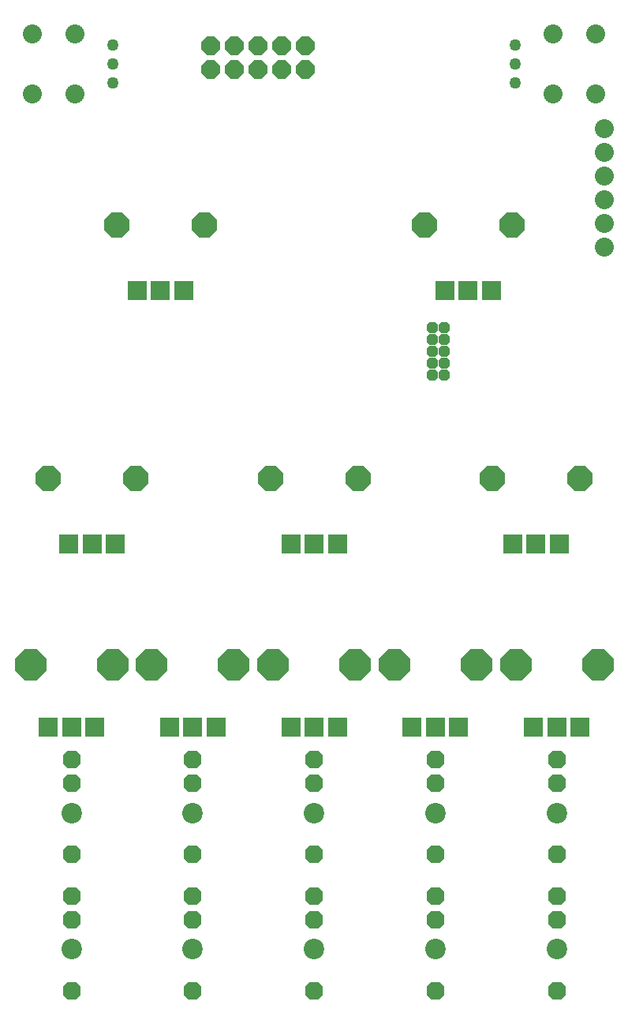
<source format=gbr>
%TF.GenerationSoftware,KiCad,Pcbnew,(6.0.11-0)*%
%TF.CreationDate,2023-04-29T13:53:27+02:00*%
%TF.ProjectId,rings,72696e67-732e-46b6-9963-61645f706362,rev?*%
%TF.SameCoordinates,Original*%
%TF.FileFunction,Soldermask,Bot*%
%TF.FilePolarity,Negative*%
%FSLAX46Y46*%
G04 Gerber Fmt 4.6, Leading zero omitted, Abs format (unit mm)*
G04 Created by KiCad (PCBNEW (6.0.11-0)) date 2023-04-29 13:53:27*
%MOMM*%
%LPD*%
G01*
G04 APERTURE LIST*
G04 Aperture macros list*
%AMRoundRect*
0 Rectangle with rounded corners*
0 $1 Rounding radius*
0 $2 $3 $4 $5 $6 $7 $8 $9 X,Y pos of 4 corners*
0 Add a 4 corners polygon primitive as box body*
4,1,4,$2,$3,$4,$5,$6,$7,$8,$9,$2,$3,0*
0 Add four circle primitives for the rounded corners*
1,1,$1+$1,$2,$3*
1,1,$1+$1,$4,$5*
1,1,$1+$1,$6,$7*
1,1,$1+$1,$8,$9*
0 Add four rect primitives between the rounded corners*
20,1,$1+$1,$2,$3,$4,$5,0*
20,1,$1+$1,$4,$5,$6,$7,0*
20,1,$1+$1,$6,$7,$8,$9,0*
20,1,$1+$1,$8,$9,$2,$3,0*%
%AMFreePoly0*
4,1,25,0.269922,0.591773,0.274824,0.587282,0.587282,0.274824,0.609310,0.227583,0.609600,0.220942,0.609600,-0.220942,0.591773,-0.269922,0.587282,-0.274824,0.274824,-0.587282,0.227583,-0.609310,0.220942,-0.609600,-0.220942,-0.609600,-0.269922,-0.591773,-0.274824,-0.587282,-0.587282,-0.274824,-0.609310,-0.227583,-0.609600,-0.220942,-0.609600,0.220942,-0.591773,0.269922,-0.587282,0.274824,
-0.274824,0.587282,-0.227583,0.609310,-0.220942,0.609600,0.220942,0.609600,0.269922,0.591773,0.269922,0.591773,$1*%
%AMFreePoly1*
4,1,25,0.438258,0.998173,0.443160,0.993682,0.993682,0.443160,1.015710,0.395919,1.016000,0.389278,1.016000,-0.389278,0.998173,-0.438258,0.993682,-0.443160,0.443160,-0.993682,0.395919,-1.015710,0.389278,-1.016000,-0.389278,-1.016000,-0.438258,-0.998173,-0.443160,-0.993682,-0.993682,-0.443160,-1.015710,-0.395919,-1.016000,-0.389278,-1.016000,0.389278,-0.998173,0.438258,-0.993682,0.443160,
-0.443160,0.993682,-0.395919,1.015710,-0.389278,1.016000,0.389278,1.016000,0.438258,0.998173,0.438258,0.998173,$1*%
%AMFreePoly2*
4,1,25,0.706544,1.645873,0.711446,1.641382,1.641382,0.711446,1.663410,0.664205,1.663700,0.657564,1.663700,-0.657564,1.645873,-0.706544,1.641382,-0.711446,0.711446,-1.641382,0.664205,-1.663410,0.657564,-1.663700,-0.657564,-1.663700,-0.706544,-1.645873,-0.711446,-1.641382,-1.641382,-0.711446,-1.663410,-0.664205,-1.663700,-0.657564,-1.663700,0.657564,-1.645873,0.706544,-1.641382,0.711446,
-0.711446,1.641382,-0.664205,1.663410,-0.657564,1.663700,0.657564,1.663700,0.706544,1.645873,0.706544,1.645873,$1*%
%AMFreePoly3*
4,1,25,0.417216,0.947373,0.422118,0.942882,0.942882,0.422118,0.964910,0.374877,0.965200,0.368236,0.965200,-0.368236,0.947373,-0.417216,0.942882,-0.422118,0.422118,-0.942882,0.374877,-0.964910,0.368236,-0.965200,-0.368236,-0.965200,-0.417216,-0.947373,-0.422118,-0.942882,-0.942882,-0.422118,-0.964910,-0.374877,-0.965200,-0.368236,-0.965200,0.368236,-0.947373,0.417216,-0.942882,0.422118,
-0.422118,0.942882,-0.374877,0.964910,-0.368236,0.965200,0.368236,0.965200,0.417216,0.947373,0.417216,0.947373,$1*%
%AMFreePoly4*
4,1,25,0.575031,1.328373,0.579933,1.323882,1.323882,0.579933,1.345910,0.532692,1.346200,0.526051,1.346200,-0.526051,1.328373,-0.575031,1.323882,-0.579933,0.579933,-1.323882,0.532692,-1.345910,0.526051,-1.346200,-0.526051,-1.346200,-0.575031,-1.328373,-0.579933,-1.323882,-1.323882,-0.579933,-1.345910,-0.532692,-1.346200,-0.526051,-1.346200,0.526051,-1.328373,0.575031,-1.323882,0.579933,
-0.579933,1.323882,-0.532692,1.345910,-0.526051,1.346200,0.526051,1.346200,0.575031,1.328373,0.575031,1.328373,$1*%
G04 Aperture macros list end*
%ADD10FreePoly0,270.000000*%
%ADD11C,2.032000*%
%ADD12FreePoly1,-0.000000*%
%ADD13FreePoly2,90.000000*%
%ADD14RoundRect,0.076200X0.939800X-0.939800X0.939800X0.939800X-0.939800X0.939800X-0.939800X-0.939800X0*%
%ADD15C,2.200000*%
%ADD16FreePoly3,180.000000*%
%ADD17FreePoly4,90.000000*%
%ADD18C,1.258800*%
G04 APERTURE END LIST*
D10*
%TO.C,JP1*%
X161201100Y-90398600D03*
X162471100Y-90398600D03*
X161201100Y-89128600D03*
X162471100Y-89128600D03*
X161201100Y-87858600D03*
X162471100Y-87858600D03*
X161201100Y-86588600D03*
X162471100Y-86588600D03*
X161201100Y-85318600D03*
X162471100Y-85318600D03*
%TD*%
D11*
%TO.C,JP2*%
X179616100Y-76746100D03*
X179616100Y-74206100D03*
X179616100Y-71666100D03*
X179616100Y-69126100D03*
X179616100Y-66586100D03*
X179616100Y-64046100D03*
%TD*%
D12*
%TO.C,JP3*%
X147548600Y-57696100D03*
X147548600Y-55156100D03*
X145008600Y-57696100D03*
X145008600Y-55156100D03*
X142468600Y-57696100D03*
X142468600Y-55156100D03*
X139928600Y-57696100D03*
X139928600Y-55156100D03*
X137388600Y-57696100D03*
X137388600Y-55156100D03*
%TD*%
D13*
%TO.C,R45*%
X118066100Y-121513600D03*
X126866100Y-121513600D03*
D14*
X119966100Y-128213600D03*
X122466100Y-128213600D03*
X124966100Y-128213600D03*
%TD*%
D15*
%TO.C,J8*%
X148501100Y-151993600D03*
D16*
X148501100Y-146278600D03*
X148501100Y-156438600D03*
X148501100Y-148818600D03*
%TD*%
D15*
%TO.C,J10*%
X174536100Y-151993600D03*
D16*
X174536100Y-146278600D03*
X174536100Y-156438600D03*
X174536100Y-148818600D03*
%TD*%
D15*
%TO.C,J9*%
X161518600Y-151993600D03*
D16*
X161518600Y-146278600D03*
X161518600Y-156438600D03*
X161518600Y-148818600D03*
%TD*%
D15*
%TO.C,J1*%
X122466100Y-137388600D03*
D16*
X122466100Y-131673600D03*
X122466100Y-141833600D03*
X122466100Y-134213600D03*
%TD*%
D15*
%TO.C,J2*%
X135483600Y-137388600D03*
D16*
X135483600Y-131673600D03*
X135483600Y-141833600D03*
X135483600Y-134213600D03*
%TD*%
D15*
%TO.C,J3*%
X148501100Y-137388600D03*
D16*
X148501100Y-131673600D03*
X148501100Y-141833600D03*
X148501100Y-134213600D03*
%TD*%
D15*
%TO.C,J4*%
X161518600Y-137388600D03*
D16*
X161518600Y-131673600D03*
X161518600Y-141833600D03*
X161518600Y-134213600D03*
%TD*%
D13*
%TO.C,R46*%
X131083600Y-121513600D03*
X139883600Y-121513600D03*
D14*
X132983600Y-128213600D03*
X135483600Y-128213600D03*
X137983600Y-128213600D03*
%TD*%
D17*
%TO.C,R28*%
X119988600Y-101511100D03*
X129388600Y-101511100D03*
D14*
X122188600Y-108511100D03*
X124688600Y-108511100D03*
X127188600Y-108511100D03*
%TD*%
D11*
%TO.C,SW1*%
X122821700Y-53809900D03*
X122821700Y-60312300D03*
X118300500Y-53809900D03*
X118300500Y-60312300D03*
%TD*%
D13*
%TO.C,R47*%
X144101100Y-121513600D03*
X152901100Y-121513600D03*
D14*
X146001100Y-128213600D03*
X148501100Y-128213600D03*
X151001100Y-128213600D03*
%TD*%
D13*
%TO.C,R48*%
X157118600Y-121513600D03*
X165918600Y-121513600D03*
D14*
X159018600Y-128213600D03*
X161518600Y-128213600D03*
X164018600Y-128213600D03*
%TD*%
D13*
%TO.C,R49*%
X170136100Y-121513600D03*
X178936100Y-121513600D03*
D14*
X172036100Y-128213600D03*
X174536100Y-128213600D03*
X177036100Y-128213600D03*
%TD*%
D17*
%TO.C,R9*%
X127291100Y-74333100D03*
X136691100Y-74333100D03*
D14*
X129491100Y-81333100D03*
X131991100Y-81333100D03*
X134491100Y-81333100D03*
%TD*%
D17*
%TO.C,R29*%
X143801100Y-101511100D03*
X153201100Y-101511100D03*
D14*
X146001100Y-108511100D03*
X148501100Y-108511100D03*
X151001100Y-108511100D03*
%TD*%
D17*
%TO.C,R10*%
X160311100Y-74333100D03*
X169711100Y-74333100D03*
D14*
X162511100Y-81333100D03*
X165011100Y-81333100D03*
X167511100Y-81333100D03*
%TD*%
D17*
%TO.C,R30*%
X167613600Y-101511100D03*
X177013600Y-101511100D03*
D14*
X169813600Y-108511100D03*
X172313600Y-108511100D03*
X174813600Y-108511100D03*
%TD*%
D15*
%TO.C,J7*%
X135483600Y-151993600D03*
D16*
X135483600Y-146278600D03*
X135483600Y-156438600D03*
X135483600Y-148818600D03*
%TD*%
D15*
%TO.C,J5*%
X174536100Y-137388600D03*
D16*
X174536100Y-131673600D03*
X174536100Y-141833600D03*
X174536100Y-134213600D03*
%TD*%
D11*
%TO.C,SW2*%
X178701700Y-53809900D03*
X178701700Y-60312300D03*
X174180500Y-53809900D03*
X174180500Y-60312300D03*
%TD*%
D18*
%TO.C,LED2*%
X170091100Y-59061100D03*
X170091100Y-55061100D03*
X170091100Y-57061100D03*
%TD*%
%TO.C,LED1*%
X126911100Y-59061100D03*
X126911100Y-55061100D03*
X126911100Y-57061100D03*
%TD*%
D15*
%TO.C,J6*%
X122466100Y-151993600D03*
D16*
X122466100Y-146278600D03*
X122466100Y-156438600D03*
X122466100Y-148818600D03*
%TD*%
M02*

</source>
